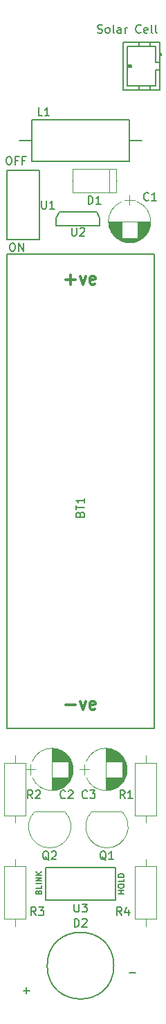
<source format=gto>
G04 #@! TF.FileFunction,Legend,Top*
%FSLAX46Y46*%
G04 Gerber Fmt 4.6, Leading zero omitted, Abs format (unit mm)*
G04 Created by KiCad (PCBNEW 4.0.6) date Sat May 20 01:56:05 2017*
%MOMM*%
%LPD*%
G01*
G04 APERTURE LIST*
%ADD10C,0.100000*%
%ADD11C,0.200000*%
%ADD12C,0.300000*%
%ADD13C,0.150000*%
%ADD14C,0.120000*%
G04 APERTURE END LIST*
D10*
D11*
X133019048Y-151871429D02*
X133780953Y-151871429D01*
X120019048Y-154071429D02*
X120780953Y-154071429D01*
X120400001Y-154452381D02*
X120400001Y-153690476D01*
D12*
X125214286Y-119107143D02*
X126357143Y-119107143D01*
X126928572Y-118678571D02*
X127285715Y-119678571D01*
X127642857Y-118678571D01*
X128785714Y-119607143D02*
X128642857Y-119678571D01*
X128357143Y-119678571D01*
X128214286Y-119607143D01*
X128142857Y-119464286D01*
X128142857Y-118892857D01*
X128214286Y-118750000D01*
X128357143Y-118678571D01*
X128642857Y-118678571D01*
X128785714Y-118750000D01*
X128857143Y-118892857D01*
X128857143Y-119035714D01*
X128142857Y-119178571D01*
X125214286Y-67107143D02*
X126357143Y-67107143D01*
X125785714Y-67678571D02*
X125785714Y-66535714D01*
X126928572Y-66678571D02*
X127285715Y-67678571D01*
X127642857Y-66678571D01*
X128785714Y-67607143D02*
X128642857Y-67678571D01*
X128357143Y-67678571D01*
X128214286Y-67607143D01*
X128142857Y-67464286D01*
X128142857Y-66892857D01*
X128214286Y-66750000D01*
X128357143Y-66678571D01*
X128642857Y-66678571D01*
X128785714Y-66750000D01*
X128857143Y-66892857D01*
X128857143Y-67035714D01*
X128142857Y-67178571D01*
D13*
X132316667Y-142199999D02*
X131616667Y-142199999D01*
X131950000Y-142199999D02*
X131950000Y-141799999D01*
X132316667Y-141799999D02*
X131616667Y-141799999D01*
X131616667Y-141333333D02*
X131616667Y-141200000D01*
X131650000Y-141133333D01*
X131716667Y-141066666D01*
X131850000Y-141033333D01*
X132083333Y-141033333D01*
X132216667Y-141066666D01*
X132283333Y-141133333D01*
X132316667Y-141200000D01*
X132316667Y-141333333D01*
X132283333Y-141400000D01*
X132216667Y-141466666D01*
X132083333Y-141500000D01*
X131850000Y-141500000D01*
X131716667Y-141466666D01*
X131650000Y-141400000D01*
X131616667Y-141333333D01*
X132316667Y-140400000D02*
X132316667Y-140733333D01*
X131616667Y-140733333D01*
X132316667Y-140166666D02*
X131616667Y-140166666D01*
X131616667Y-140000000D01*
X131650000Y-139900000D01*
X131716667Y-139833333D01*
X131783333Y-139800000D01*
X131916667Y-139766666D01*
X132016667Y-139766666D01*
X132150000Y-139800000D01*
X132216667Y-139833333D01*
X132283333Y-139900000D01*
X132316667Y-140000000D01*
X132316667Y-140166666D01*
X121850000Y-142016666D02*
X121883333Y-141916666D01*
X121916667Y-141883333D01*
X121983333Y-141849999D01*
X122083333Y-141849999D01*
X122150000Y-141883333D01*
X122183333Y-141916666D01*
X122216667Y-141983333D01*
X122216667Y-142249999D01*
X121516667Y-142249999D01*
X121516667Y-142016666D01*
X121550000Y-141949999D01*
X121583333Y-141916666D01*
X121650000Y-141883333D01*
X121716667Y-141883333D01*
X121783333Y-141916666D01*
X121816667Y-141949999D01*
X121850000Y-142016666D01*
X121850000Y-142249999D01*
X122216667Y-141216666D02*
X122216667Y-141549999D01*
X121516667Y-141549999D01*
X122216667Y-140983332D02*
X121516667Y-140983332D01*
X122216667Y-140649999D02*
X121516667Y-140649999D01*
X122216667Y-140249999D01*
X121516667Y-140249999D01*
X122216667Y-139916666D02*
X121516667Y-139916666D01*
X122216667Y-139516666D02*
X121816667Y-139816666D01*
X121516667Y-139516666D02*
X121916667Y-139916666D01*
D11*
X118147619Y-52052381D02*
X118338096Y-52052381D01*
X118433334Y-52100000D01*
X118528572Y-52195238D01*
X118576191Y-52385714D01*
X118576191Y-52719048D01*
X118528572Y-52909524D01*
X118433334Y-53004762D01*
X118338096Y-53052381D01*
X118147619Y-53052381D01*
X118052381Y-53004762D01*
X117957143Y-52909524D01*
X117909524Y-52719048D01*
X117909524Y-52385714D01*
X117957143Y-52195238D01*
X118052381Y-52100000D01*
X118147619Y-52052381D01*
X119338096Y-52528571D02*
X119004762Y-52528571D01*
X119004762Y-53052381D02*
X119004762Y-52052381D01*
X119480953Y-52052381D01*
X120195239Y-52528571D02*
X119861905Y-52528571D01*
X119861905Y-53052381D02*
X119861905Y-52052381D01*
X120338096Y-52052381D01*
X118580952Y-62652381D02*
X118771429Y-62652381D01*
X118866667Y-62700000D01*
X118961905Y-62795238D01*
X119009524Y-62985714D01*
X119009524Y-63319048D01*
X118961905Y-63509524D01*
X118866667Y-63604762D01*
X118771429Y-63652381D01*
X118580952Y-63652381D01*
X118485714Y-63604762D01*
X118390476Y-63509524D01*
X118342857Y-63319048D01*
X118342857Y-62985714D01*
X118390476Y-62795238D01*
X118485714Y-62700000D01*
X118580952Y-62652381D01*
X119438095Y-63652381D02*
X119438095Y-62652381D01*
X120009524Y-63652381D01*
X120009524Y-62652381D01*
D13*
X118000000Y-93000000D02*
X118000000Y-64000000D01*
X118000000Y-64000000D02*
X136000000Y-64000000D01*
X136000000Y-64000000D02*
X136000000Y-122000000D01*
X136000000Y-122000000D02*
X118000000Y-122000000D01*
X118000000Y-122000000D02*
X118000000Y-93000000D01*
D14*
X133981400Y-62396863D02*
G75*
G03X133980000Y-57602564I-981400J2396863D01*
G01*
X132018600Y-62396863D02*
G75*
G02X132020000Y-57602564I981400J2396863D01*
G01*
X132018600Y-62396863D02*
G75*
G03X133980000Y-62397436I981400J2396863D01*
G01*
X135550000Y-60000000D02*
X130450000Y-60000000D01*
X135550000Y-60040000D02*
X133980000Y-60040000D01*
X132020000Y-60040000D02*
X130450000Y-60040000D01*
X135549000Y-60080000D02*
X133980000Y-60080000D01*
X132020000Y-60080000D02*
X130451000Y-60080000D01*
X135548000Y-60120000D02*
X133980000Y-60120000D01*
X132020000Y-60120000D02*
X130452000Y-60120000D01*
X135546000Y-60160000D02*
X133980000Y-60160000D01*
X132020000Y-60160000D02*
X130454000Y-60160000D01*
X135543000Y-60200000D02*
X133980000Y-60200000D01*
X132020000Y-60200000D02*
X130457000Y-60200000D01*
X135539000Y-60240000D02*
X133980000Y-60240000D01*
X132020000Y-60240000D02*
X130461000Y-60240000D01*
X135535000Y-60280000D02*
X133980000Y-60280000D01*
X132020000Y-60280000D02*
X130465000Y-60280000D01*
X135531000Y-60320000D02*
X133980000Y-60320000D01*
X132020000Y-60320000D02*
X130469000Y-60320000D01*
X135525000Y-60360000D02*
X133980000Y-60360000D01*
X132020000Y-60360000D02*
X130475000Y-60360000D01*
X135519000Y-60400000D02*
X133980000Y-60400000D01*
X132020000Y-60400000D02*
X130481000Y-60400000D01*
X135513000Y-60440000D02*
X133980000Y-60440000D01*
X132020000Y-60440000D02*
X130487000Y-60440000D01*
X135506000Y-60480000D02*
X133980000Y-60480000D01*
X132020000Y-60480000D02*
X130494000Y-60480000D01*
X135498000Y-60520000D02*
X133980000Y-60520000D01*
X132020000Y-60520000D02*
X130502000Y-60520000D01*
X135489000Y-60560000D02*
X133980000Y-60560000D01*
X132020000Y-60560000D02*
X130511000Y-60560000D01*
X135480000Y-60600000D02*
X133980000Y-60600000D01*
X132020000Y-60600000D02*
X130520000Y-60600000D01*
X135470000Y-60640000D02*
X133980000Y-60640000D01*
X132020000Y-60640000D02*
X130530000Y-60640000D01*
X135460000Y-60680000D02*
X133980000Y-60680000D01*
X132020000Y-60680000D02*
X130540000Y-60680000D01*
X135448000Y-60721000D02*
X133980000Y-60721000D01*
X132020000Y-60721000D02*
X130552000Y-60721000D01*
X135436000Y-60761000D02*
X133980000Y-60761000D01*
X132020000Y-60761000D02*
X130564000Y-60761000D01*
X135424000Y-60801000D02*
X133980000Y-60801000D01*
X132020000Y-60801000D02*
X130576000Y-60801000D01*
X135410000Y-60841000D02*
X133980000Y-60841000D01*
X132020000Y-60841000D02*
X130590000Y-60841000D01*
X135396000Y-60881000D02*
X133980000Y-60881000D01*
X132020000Y-60881000D02*
X130604000Y-60881000D01*
X135382000Y-60921000D02*
X133980000Y-60921000D01*
X132020000Y-60921000D02*
X130618000Y-60921000D01*
X135366000Y-60961000D02*
X133980000Y-60961000D01*
X132020000Y-60961000D02*
X130634000Y-60961000D01*
X135350000Y-61001000D02*
X133980000Y-61001000D01*
X132020000Y-61001000D02*
X130650000Y-61001000D01*
X135333000Y-61041000D02*
X133980000Y-61041000D01*
X132020000Y-61041000D02*
X130667000Y-61041000D01*
X135315000Y-61081000D02*
X133980000Y-61081000D01*
X132020000Y-61081000D02*
X130685000Y-61081000D01*
X135296000Y-61121000D02*
X133980000Y-61121000D01*
X132020000Y-61121000D02*
X130704000Y-61121000D01*
X135276000Y-61161000D02*
X133980000Y-61161000D01*
X132020000Y-61161000D02*
X130724000Y-61161000D01*
X135256000Y-61201000D02*
X133980000Y-61201000D01*
X132020000Y-61201000D02*
X130744000Y-61201000D01*
X135234000Y-61241000D02*
X133980000Y-61241000D01*
X132020000Y-61241000D02*
X130766000Y-61241000D01*
X135212000Y-61281000D02*
X133980000Y-61281000D01*
X132020000Y-61281000D02*
X130788000Y-61281000D01*
X135189000Y-61321000D02*
X133980000Y-61321000D01*
X132020000Y-61321000D02*
X130811000Y-61321000D01*
X135165000Y-61361000D02*
X133980000Y-61361000D01*
X132020000Y-61361000D02*
X130835000Y-61361000D01*
X135140000Y-61401000D02*
X133980000Y-61401000D01*
X132020000Y-61401000D02*
X130860000Y-61401000D01*
X135113000Y-61441000D02*
X133980000Y-61441000D01*
X132020000Y-61441000D02*
X130887000Y-61441000D01*
X135086000Y-61481000D02*
X133980000Y-61481000D01*
X132020000Y-61481000D02*
X130914000Y-61481000D01*
X135058000Y-61521000D02*
X133980000Y-61521000D01*
X132020000Y-61521000D02*
X130942000Y-61521000D01*
X135028000Y-61561000D02*
X133980000Y-61561000D01*
X132020000Y-61561000D02*
X130972000Y-61561000D01*
X134997000Y-61601000D02*
X133980000Y-61601000D01*
X132020000Y-61601000D02*
X131003000Y-61601000D01*
X134965000Y-61641000D02*
X133980000Y-61641000D01*
X132020000Y-61641000D02*
X131035000Y-61641000D01*
X134932000Y-61681000D02*
X133980000Y-61681000D01*
X132020000Y-61681000D02*
X131068000Y-61681000D01*
X134897000Y-61721000D02*
X133980000Y-61721000D01*
X132020000Y-61721000D02*
X131103000Y-61721000D01*
X134861000Y-61761000D02*
X133980000Y-61761000D01*
X132020000Y-61761000D02*
X131139000Y-61761000D01*
X134823000Y-61801000D02*
X133980000Y-61801000D01*
X132020000Y-61801000D02*
X131177000Y-61801000D01*
X134783000Y-61841000D02*
X133980000Y-61841000D01*
X132020000Y-61841000D02*
X131217000Y-61841000D01*
X134742000Y-61881000D02*
X133980000Y-61881000D01*
X132020000Y-61881000D02*
X131258000Y-61881000D01*
X134699000Y-61921000D02*
X133980000Y-61921000D01*
X132020000Y-61921000D02*
X131301000Y-61921000D01*
X134654000Y-61961000D02*
X133980000Y-61961000D01*
X132020000Y-61961000D02*
X131346000Y-61961000D01*
X134606000Y-62001000D02*
X131394000Y-62001000D01*
X134556000Y-62041000D02*
X131444000Y-62041000D01*
X134504000Y-62081000D02*
X131496000Y-62081000D01*
X134448000Y-62121000D02*
X131552000Y-62121000D01*
X134390000Y-62161000D02*
X131610000Y-62161000D01*
X134327000Y-62201000D02*
X131673000Y-62201000D01*
X134261000Y-62241000D02*
X131739000Y-62241000D01*
X134189000Y-62281000D02*
X131811000Y-62281000D01*
X134112000Y-62321000D02*
X131888000Y-62321000D01*
X134028000Y-62361000D02*
X131972000Y-62361000D01*
X133934000Y-62401000D02*
X132066000Y-62401000D01*
X133829000Y-62441000D02*
X132171000Y-62441000D01*
X133707000Y-62481000D02*
X132293000Y-62481000D01*
X133559000Y-62521000D02*
X132441000Y-62521000D01*
X133354000Y-62561000D02*
X132646000Y-62561000D01*
X133000000Y-56800000D02*
X133000000Y-58000000D01*
X133650000Y-57400000D02*
X132350000Y-57400000D01*
X125896863Y-126018600D02*
G75*
G03X121102564Y-126020000I-2396863J-981400D01*
G01*
X125896863Y-127981400D02*
G75*
G02X121102564Y-127980000I-2396863J981400D01*
G01*
X125896863Y-127981400D02*
G75*
G03X125897436Y-126020000I-2396863J981400D01*
G01*
X123500000Y-124450000D02*
X123500000Y-129550000D01*
X123540000Y-124450000D02*
X123540000Y-126020000D01*
X123540000Y-127980000D02*
X123540000Y-129550000D01*
X123580000Y-124451000D02*
X123580000Y-126020000D01*
X123580000Y-127980000D02*
X123580000Y-129549000D01*
X123620000Y-124452000D02*
X123620000Y-126020000D01*
X123620000Y-127980000D02*
X123620000Y-129548000D01*
X123660000Y-124454000D02*
X123660000Y-126020000D01*
X123660000Y-127980000D02*
X123660000Y-129546000D01*
X123700000Y-124457000D02*
X123700000Y-126020000D01*
X123700000Y-127980000D02*
X123700000Y-129543000D01*
X123740000Y-124461000D02*
X123740000Y-126020000D01*
X123740000Y-127980000D02*
X123740000Y-129539000D01*
X123780000Y-124465000D02*
X123780000Y-126020000D01*
X123780000Y-127980000D02*
X123780000Y-129535000D01*
X123820000Y-124469000D02*
X123820000Y-126020000D01*
X123820000Y-127980000D02*
X123820000Y-129531000D01*
X123860000Y-124475000D02*
X123860000Y-126020000D01*
X123860000Y-127980000D02*
X123860000Y-129525000D01*
X123900000Y-124481000D02*
X123900000Y-126020000D01*
X123900000Y-127980000D02*
X123900000Y-129519000D01*
X123940000Y-124487000D02*
X123940000Y-126020000D01*
X123940000Y-127980000D02*
X123940000Y-129513000D01*
X123980000Y-124494000D02*
X123980000Y-126020000D01*
X123980000Y-127980000D02*
X123980000Y-129506000D01*
X124020000Y-124502000D02*
X124020000Y-126020000D01*
X124020000Y-127980000D02*
X124020000Y-129498000D01*
X124060000Y-124511000D02*
X124060000Y-126020000D01*
X124060000Y-127980000D02*
X124060000Y-129489000D01*
X124100000Y-124520000D02*
X124100000Y-126020000D01*
X124100000Y-127980000D02*
X124100000Y-129480000D01*
X124140000Y-124530000D02*
X124140000Y-126020000D01*
X124140000Y-127980000D02*
X124140000Y-129470000D01*
X124180000Y-124540000D02*
X124180000Y-126020000D01*
X124180000Y-127980000D02*
X124180000Y-129460000D01*
X124221000Y-124552000D02*
X124221000Y-126020000D01*
X124221000Y-127980000D02*
X124221000Y-129448000D01*
X124261000Y-124564000D02*
X124261000Y-126020000D01*
X124261000Y-127980000D02*
X124261000Y-129436000D01*
X124301000Y-124576000D02*
X124301000Y-126020000D01*
X124301000Y-127980000D02*
X124301000Y-129424000D01*
X124341000Y-124590000D02*
X124341000Y-126020000D01*
X124341000Y-127980000D02*
X124341000Y-129410000D01*
X124381000Y-124604000D02*
X124381000Y-126020000D01*
X124381000Y-127980000D02*
X124381000Y-129396000D01*
X124421000Y-124618000D02*
X124421000Y-126020000D01*
X124421000Y-127980000D02*
X124421000Y-129382000D01*
X124461000Y-124634000D02*
X124461000Y-126020000D01*
X124461000Y-127980000D02*
X124461000Y-129366000D01*
X124501000Y-124650000D02*
X124501000Y-126020000D01*
X124501000Y-127980000D02*
X124501000Y-129350000D01*
X124541000Y-124667000D02*
X124541000Y-126020000D01*
X124541000Y-127980000D02*
X124541000Y-129333000D01*
X124581000Y-124685000D02*
X124581000Y-126020000D01*
X124581000Y-127980000D02*
X124581000Y-129315000D01*
X124621000Y-124704000D02*
X124621000Y-126020000D01*
X124621000Y-127980000D02*
X124621000Y-129296000D01*
X124661000Y-124724000D02*
X124661000Y-126020000D01*
X124661000Y-127980000D02*
X124661000Y-129276000D01*
X124701000Y-124744000D02*
X124701000Y-126020000D01*
X124701000Y-127980000D02*
X124701000Y-129256000D01*
X124741000Y-124766000D02*
X124741000Y-126020000D01*
X124741000Y-127980000D02*
X124741000Y-129234000D01*
X124781000Y-124788000D02*
X124781000Y-126020000D01*
X124781000Y-127980000D02*
X124781000Y-129212000D01*
X124821000Y-124811000D02*
X124821000Y-126020000D01*
X124821000Y-127980000D02*
X124821000Y-129189000D01*
X124861000Y-124835000D02*
X124861000Y-126020000D01*
X124861000Y-127980000D02*
X124861000Y-129165000D01*
X124901000Y-124860000D02*
X124901000Y-126020000D01*
X124901000Y-127980000D02*
X124901000Y-129140000D01*
X124941000Y-124887000D02*
X124941000Y-126020000D01*
X124941000Y-127980000D02*
X124941000Y-129113000D01*
X124981000Y-124914000D02*
X124981000Y-126020000D01*
X124981000Y-127980000D02*
X124981000Y-129086000D01*
X125021000Y-124942000D02*
X125021000Y-126020000D01*
X125021000Y-127980000D02*
X125021000Y-129058000D01*
X125061000Y-124972000D02*
X125061000Y-126020000D01*
X125061000Y-127980000D02*
X125061000Y-129028000D01*
X125101000Y-125003000D02*
X125101000Y-126020000D01*
X125101000Y-127980000D02*
X125101000Y-128997000D01*
X125141000Y-125035000D02*
X125141000Y-126020000D01*
X125141000Y-127980000D02*
X125141000Y-128965000D01*
X125181000Y-125068000D02*
X125181000Y-126020000D01*
X125181000Y-127980000D02*
X125181000Y-128932000D01*
X125221000Y-125103000D02*
X125221000Y-126020000D01*
X125221000Y-127980000D02*
X125221000Y-128897000D01*
X125261000Y-125139000D02*
X125261000Y-126020000D01*
X125261000Y-127980000D02*
X125261000Y-128861000D01*
X125301000Y-125177000D02*
X125301000Y-126020000D01*
X125301000Y-127980000D02*
X125301000Y-128823000D01*
X125341000Y-125217000D02*
X125341000Y-126020000D01*
X125341000Y-127980000D02*
X125341000Y-128783000D01*
X125381000Y-125258000D02*
X125381000Y-126020000D01*
X125381000Y-127980000D02*
X125381000Y-128742000D01*
X125421000Y-125301000D02*
X125421000Y-126020000D01*
X125421000Y-127980000D02*
X125421000Y-128699000D01*
X125461000Y-125346000D02*
X125461000Y-126020000D01*
X125461000Y-127980000D02*
X125461000Y-128654000D01*
X125501000Y-125394000D02*
X125501000Y-128606000D01*
X125541000Y-125444000D02*
X125541000Y-128556000D01*
X125581000Y-125496000D02*
X125581000Y-128504000D01*
X125621000Y-125552000D02*
X125621000Y-128448000D01*
X125661000Y-125610000D02*
X125661000Y-128390000D01*
X125701000Y-125673000D02*
X125701000Y-128327000D01*
X125741000Y-125739000D02*
X125741000Y-128261000D01*
X125781000Y-125811000D02*
X125781000Y-128189000D01*
X125821000Y-125888000D02*
X125821000Y-128112000D01*
X125861000Y-125972000D02*
X125861000Y-128028000D01*
X125901000Y-126066000D02*
X125901000Y-127934000D01*
X125941000Y-126171000D02*
X125941000Y-127829000D01*
X125981000Y-126293000D02*
X125981000Y-127707000D01*
X126021000Y-126441000D02*
X126021000Y-127559000D01*
X126061000Y-126646000D02*
X126061000Y-127354000D01*
X120300000Y-127000000D02*
X121500000Y-127000000D01*
X120900000Y-126350000D02*
X120900000Y-127650000D01*
X132496863Y-126018600D02*
G75*
G03X127702564Y-126020000I-2396863J-981400D01*
G01*
X132496863Y-127981400D02*
G75*
G02X127702564Y-127980000I-2396863J981400D01*
G01*
X132496863Y-127981400D02*
G75*
G03X132497436Y-126020000I-2396863J981400D01*
G01*
X130100000Y-124450000D02*
X130100000Y-129550000D01*
X130140000Y-124450000D02*
X130140000Y-126020000D01*
X130140000Y-127980000D02*
X130140000Y-129550000D01*
X130180000Y-124451000D02*
X130180000Y-126020000D01*
X130180000Y-127980000D02*
X130180000Y-129549000D01*
X130220000Y-124452000D02*
X130220000Y-126020000D01*
X130220000Y-127980000D02*
X130220000Y-129548000D01*
X130260000Y-124454000D02*
X130260000Y-126020000D01*
X130260000Y-127980000D02*
X130260000Y-129546000D01*
X130300000Y-124457000D02*
X130300000Y-126020000D01*
X130300000Y-127980000D02*
X130300000Y-129543000D01*
X130340000Y-124461000D02*
X130340000Y-126020000D01*
X130340000Y-127980000D02*
X130340000Y-129539000D01*
X130380000Y-124465000D02*
X130380000Y-126020000D01*
X130380000Y-127980000D02*
X130380000Y-129535000D01*
X130420000Y-124469000D02*
X130420000Y-126020000D01*
X130420000Y-127980000D02*
X130420000Y-129531000D01*
X130460000Y-124475000D02*
X130460000Y-126020000D01*
X130460000Y-127980000D02*
X130460000Y-129525000D01*
X130500000Y-124481000D02*
X130500000Y-126020000D01*
X130500000Y-127980000D02*
X130500000Y-129519000D01*
X130540000Y-124487000D02*
X130540000Y-126020000D01*
X130540000Y-127980000D02*
X130540000Y-129513000D01*
X130580000Y-124494000D02*
X130580000Y-126020000D01*
X130580000Y-127980000D02*
X130580000Y-129506000D01*
X130620000Y-124502000D02*
X130620000Y-126020000D01*
X130620000Y-127980000D02*
X130620000Y-129498000D01*
X130660000Y-124511000D02*
X130660000Y-126020000D01*
X130660000Y-127980000D02*
X130660000Y-129489000D01*
X130700000Y-124520000D02*
X130700000Y-126020000D01*
X130700000Y-127980000D02*
X130700000Y-129480000D01*
X130740000Y-124530000D02*
X130740000Y-126020000D01*
X130740000Y-127980000D02*
X130740000Y-129470000D01*
X130780000Y-124540000D02*
X130780000Y-126020000D01*
X130780000Y-127980000D02*
X130780000Y-129460000D01*
X130821000Y-124552000D02*
X130821000Y-126020000D01*
X130821000Y-127980000D02*
X130821000Y-129448000D01*
X130861000Y-124564000D02*
X130861000Y-126020000D01*
X130861000Y-127980000D02*
X130861000Y-129436000D01*
X130901000Y-124576000D02*
X130901000Y-126020000D01*
X130901000Y-127980000D02*
X130901000Y-129424000D01*
X130941000Y-124590000D02*
X130941000Y-126020000D01*
X130941000Y-127980000D02*
X130941000Y-129410000D01*
X130981000Y-124604000D02*
X130981000Y-126020000D01*
X130981000Y-127980000D02*
X130981000Y-129396000D01*
X131021000Y-124618000D02*
X131021000Y-126020000D01*
X131021000Y-127980000D02*
X131021000Y-129382000D01*
X131061000Y-124634000D02*
X131061000Y-126020000D01*
X131061000Y-127980000D02*
X131061000Y-129366000D01*
X131101000Y-124650000D02*
X131101000Y-126020000D01*
X131101000Y-127980000D02*
X131101000Y-129350000D01*
X131141000Y-124667000D02*
X131141000Y-126020000D01*
X131141000Y-127980000D02*
X131141000Y-129333000D01*
X131181000Y-124685000D02*
X131181000Y-126020000D01*
X131181000Y-127980000D02*
X131181000Y-129315000D01*
X131221000Y-124704000D02*
X131221000Y-126020000D01*
X131221000Y-127980000D02*
X131221000Y-129296000D01*
X131261000Y-124724000D02*
X131261000Y-126020000D01*
X131261000Y-127980000D02*
X131261000Y-129276000D01*
X131301000Y-124744000D02*
X131301000Y-126020000D01*
X131301000Y-127980000D02*
X131301000Y-129256000D01*
X131341000Y-124766000D02*
X131341000Y-126020000D01*
X131341000Y-127980000D02*
X131341000Y-129234000D01*
X131381000Y-124788000D02*
X131381000Y-126020000D01*
X131381000Y-127980000D02*
X131381000Y-129212000D01*
X131421000Y-124811000D02*
X131421000Y-126020000D01*
X131421000Y-127980000D02*
X131421000Y-129189000D01*
X131461000Y-124835000D02*
X131461000Y-126020000D01*
X131461000Y-127980000D02*
X131461000Y-129165000D01*
X131501000Y-124860000D02*
X131501000Y-126020000D01*
X131501000Y-127980000D02*
X131501000Y-129140000D01*
X131541000Y-124887000D02*
X131541000Y-126020000D01*
X131541000Y-127980000D02*
X131541000Y-129113000D01*
X131581000Y-124914000D02*
X131581000Y-126020000D01*
X131581000Y-127980000D02*
X131581000Y-129086000D01*
X131621000Y-124942000D02*
X131621000Y-126020000D01*
X131621000Y-127980000D02*
X131621000Y-129058000D01*
X131661000Y-124972000D02*
X131661000Y-126020000D01*
X131661000Y-127980000D02*
X131661000Y-129028000D01*
X131701000Y-125003000D02*
X131701000Y-126020000D01*
X131701000Y-127980000D02*
X131701000Y-128997000D01*
X131741000Y-125035000D02*
X131741000Y-126020000D01*
X131741000Y-127980000D02*
X131741000Y-128965000D01*
X131781000Y-125068000D02*
X131781000Y-126020000D01*
X131781000Y-127980000D02*
X131781000Y-128932000D01*
X131821000Y-125103000D02*
X131821000Y-126020000D01*
X131821000Y-127980000D02*
X131821000Y-128897000D01*
X131861000Y-125139000D02*
X131861000Y-126020000D01*
X131861000Y-127980000D02*
X131861000Y-128861000D01*
X131901000Y-125177000D02*
X131901000Y-126020000D01*
X131901000Y-127980000D02*
X131901000Y-128823000D01*
X131941000Y-125217000D02*
X131941000Y-126020000D01*
X131941000Y-127980000D02*
X131941000Y-128783000D01*
X131981000Y-125258000D02*
X131981000Y-126020000D01*
X131981000Y-127980000D02*
X131981000Y-128742000D01*
X132021000Y-125301000D02*
X132021000Y-126020000D01*
X132021000Y-127980000D02*
X132021000Y-128699000D01*
X132061000Y-125346000D02*
X132061000Y-126020000D01*
X132061000Y-127980000D02*
X132061000Y-128654000D01*
X132101000Y-125394000D02*
X132101000Y-128606000D01*
X132141000Y-125444000D02*
X132141000Y-128556000D01*
X132181000Y-125496000D02*
X132181000Y-128504000D01*
X132221000Y-125552000D02*
X132221000Y-128448000D01*
X132261000Y-125610000D02*
X132261000Y-128390000D01*
X132301000Y-125673000D02*
X132301000Y-128327000D01*
X132341000Y-125739000D02*
X132341000Y-128261000D01*
X132381000Y-125811000D02*
X132381000Y-128189000D01*
X132421000Y-125888000D02*
X132421000Y-128112000D01*
X132461000Y-125972000D02*
X132461000Y-128028000D01*
X132501000Y-126066000D02*
X132501000Y-127934000D01*
X132541000Y-126171000D02*
X132541000Y-127829000D01*
X132581000Y-126293000D02*
X132581000Y-127707000D01*
X132621000Y-126441000D02*
X132621000Y-127559000D01*
X132661000Y-126646000D02*
X132661000Y-127354000D01*
X126900000Y-127000000D02*
X128100000Y-127000000D01*
X127500000Y-126350000D02*
X127500000Y-127650000D01*
X131350000Y-56410000D02*
X131350000Y-53590000D01*
X131350000Y-53590000D02*
X126030000Y-53590000D01*
X126030000Y-53590000D02*
X126030000Y-56410000D01*
X126030000Y-56410000D02*
X131350000Y-56410000D01*
X131420000Y-55000000D02*
X131350000Y-55000000D01*
X125960000Y-55000000D02*
X126030000Y-55000000D01*
X130510000Y-56410000D02*
X130510000Y-53590000D01*
D11*
X121000000Y-50100000D02*
X119500000Y-50100000D01*
X133000000Y-50100000D02*
X134500000Y-50100000D01*
X121000000Y-47600000D02*
X133000000Y-47600000D01*
X133000000Y-47600000D02*
X133000000Y-52600000D01*
X133000000Y-52600000D02*
X121000000Y-52600000D01*
X121000000Y-52600000D02*
X121000000Y-47600000D01*
D14*
X132030000Y-132150000D02*
X128430000Y-132150000D01*
X132068478Y-132161522D02*
G75*
G02X130230000Y-136600000I-1838478J-1838478D01*
G01*
X128391522Y-132161522D02*
G75*
G03X130230000Y-136600000I1838478J-1838478D01*
G01*
X125030000Y-132150000D02*
X121430000Y-132150000D01*
X125068478Y-132161522D02*
G75*
G02X123230000Y-136600000I-1838478J-1838478D01*
G01*
X121391522Y-132161522D02*
G75*
G03X123230000Y-136600000I1838478J-1838478D01*
G01*
X133690000Y-132630000D02*
X136310000Y-132630000D01*
X136310000Y-132630000D02*
X136310000Y-126210000D01*
X136310000Y-126210000D02*
X133690000Y-126210000D01*
X133690000Y-126210000D02*
X133690000Y-132630000D01*
X135000000Y-133520000D02*
X135000000Y-132630000D01*
X135000000Y-125320000D02*
X135000000Y-126210000D01*
X117690000Y-132630000D02*
X120310000Y-132630000D01*
X120310000Y-132630000D02*
X120310000Y-126210000D01*
X120310000Y-126210000D02*
X117690000Y-126210000D01*
X117690000Y-126210000D02*
X117690000Y-132630000D01*
X119000000Y-133520000D02*
X119000000Y-132630000D01*
X119000000Y-125320000D02*
X119000000Y-126210000D01*
D13*
X118000000Y-58000000D02*
X118000000Y-53750000D01*
D11*
X118000000Y-53750000D02*
X122000000Y-53750000D01*
X122000000Y-53750000D02*
X122000000Y-62250000D01*
X122000000Y-62250000D02*
X118000000Y-62250000D01*
X118000000Y-62250000D02*
X118000000Y-58000000D01*
D13*
X127000000Y-143000000D02*
X122750000Y-143000000D01*
D11*
X122750000Y-143000000D02*
X122750000Y-139000000D01*
X122750000Y-139000000D02*
X131250000Y-139000000D01*
X131250000Y-139000000D02*
X131250000Y-143000000D01*
X131250000Y-143000000D02*
X127000000Y-143000000D01*
D13*
X132200000Y-38050000D02*
X136700000Y-38050000D01*
X136700000Y-38050000D02*
X136700000Y-43950000D01*
X136700000Y-43950000D02*
X132200000Y-43950000D01*
X132200000Y-43950000D02*
X132200000Y-38050000D01*
X136700000Y-40500000D02*
X136200000Y-40500000D01*
X136200000Y-40500000D02*
X136200000Y-38550000D01*
X136200000Y-38550000D02*
X132700000Y-38550000D01*
X132700000Y-38550000D02*
X132700000Y-43450000D01*
X132700000Y-43450000D02*
X136200000Y-43450000D01*
X136200000Y-43450000D02*
X136200000Y-41500000D01*
X136200000Y-41500000D02*
X136700000Y-41500000D01*
X135500000Y-38050000D02*
X135500000Y-38550000D01*
X134200000Y-38050000D02*
X134200000Y-38550000D01*
X135500000Y-43450000D02*
X135500000Y-43950000D01*
X134200000Y-43450000D02*
X134200000Y-43950000D01*
X136700000Y-39700000D02*
X136900000Y-39700000D01*
X136900000Y-39700000D02*
X136900000Y-39400000D01*
X136900000Y-39400000D02*
X136700000Y-39400000D01*
X136800000Y-39700000D02*
X136800000Y-39400000D01*
X132700000Y-40900000D02*
X133200000Y-40900000D01*
X133200000Y-40900000D02*
X133200000Y-41100000D01*
X133200000Y-41100000D02*
X132700000Y-41100000D01*
X132700000Y-41000000D02*
X133200000Y-41000000D01*
D14*
X120310000Y-138870000D02*
X117690000Y-138870000D01*
X117690000Y-138870000D02*
X117690000Y-145290000D01*
X117690000Y-145290000D02*
X120310000Y-145290000D01*
X120310000Y-145290000D02*
X120310000Y-138870000D01*
X119000000Y-137980000D02*
X119000000Y-138870000D01*
X119000000Y-146180000D02*
X119000000Y-145290000D01*
X136310000Y-138870000D02*
X133690000Y-138870000D01*
X133690000Y-138870000D02*
X133690000Y-145290000D01*
X133690000Y-145290000D02*
X136310000Y-145290000D01*
X136310000Y-145290000D02*
X136310000Y-138870000D01*
X135000000Y-137980000D02*
X135000000Y-138870000D01*
X135000000Y-146180000D02*
X135000000Y-145290000D01*
D13*
X131079216Y-151000000D02*
G75*
G03X131079216Y-151000000I-4079216J0D01*
G01*
X126700000Y-60500000D02*
X124000000Y-60500000D01*
X124000000Y-60500000D02*
X124000000Y-59600000D01*
X124000000Y-59600000D02*
X124400000Y-58800000D01*
X124400000Y-58800000D02*
X129000000Y-58800000D01*
X129000000Y-58800000D02*
X129300000Y-59600000D01*
X129300000Y-59600000D02*
X129300000Y-60500000D01*
X129300000Y-60500000D02*
X126700000Y-60500000D01*
X126928571Y-95785714D02*
X126976190Y-95642857D01*
X127023810Y-95595238D01*
X127119048Y-95547619D01*
X127261905Y-95547619D01*
X127357143Y-95595238D01*
X127404762Y-95642857D01*
X127452381Y-95738095D01*
X127452381Y-96119048D01*
X126452381Y-96119048D01*
X126452381Y-95785714D01*
X126500000Y-95690476D01*
X126547619Y-95642857D01*
X126642857Y-95595238D01*
X126738095Y-95595238D01*
X126833333Y-95642857D01*
X126880952Y-95690476D01*
X126928571Y-95785714D01*
X126928571Y-96119048D01*
X126452381Y-95261905D02*
X126452381Y-94690476D01*
X127452381Y-94976191D02*
X126452381Y-94976191D01*
X127452381Y-93833333D02*
X127452381Y-94404762D01*
X127452381Y-94119048D02*
X126452381Y-94119048D01*
X126595238Y-94214286D01*
X126690476Y-94309524D01*
X126738095Y-94404762D01*
X135333334Y-57357143D02*
X135285715Y-57404762D01*
X135142858Y-57452381D01*
X135047620Y-57452381D01*
X134904762Y-57404762D01*
X134809524Y-57309524D01*
X134761905Y-57214286D01*
X134714286Y-57023810D01*
X134714286Y-56880952D01*
X134761905Y-56690476D01*
X134809524Y-56595238D01*
X134904762Y-56500000D01*
X135047620Y-56452381D01*
X135142858Y-56452381D01*
X135285715Y-56500000D01*
X135333334Y-56547619D01*
X136285715Y-57452381D02*
X135714286Y-57452381D01*
X136000000Y-57452381D02*
X136000000Y-56452381D01*
X135904762Y-56595238D01*
X135809524Y-56690476D01*
X135714286Y-56738095D01*
X125133334Y-130457143D02*
X125085715Y-130504762D01*
X124942858Y-130552381D01*
X124847620Y-130552381D01*
X124704762Y-130504762D01*
X124609524Y-130409524D01*
X124561905Y-130314286D01*
X124514286Y-130123810D01*
X124514286Y-129980952D01*
X124561905Y-129790476D01*
X124609524Y-129695238D01*
X124704762Y-129600000D01*
X124847620Y-129552381D01*
X124942858Y-129552381D01*
X125085715Y-129600000D01*
X125133334Y-129647619D01*
X125514286Y-129647619D02*
X125561905Y-129600000D01*
X125657143Y-129552381D01*
X125895239Y-129552381D01*
X125990477Y-129600000D01*
X126038096Y-129647619D01*
X126085715Y-129742857D01*
X126085715Y-129838095D01*
X126038096Y-129980952D01*
X125466667Y-130552381D01*
X126085715Y-130552381D01*
X127833334Y-130457143D02*
X127785715Y-130504762D01*
X127642858Y-130552381D01*
X127547620Y-130552381D01*
X127404762Y-130504762D01*
X127309524Y-130409524D01*
X127261905Y-130314286D01*
X127214286Y-130123810D01*
X127214286Y-129980952D01*
X127261905Y-129790476D01*
X127309524Y-129695238D01*
X127404762Y-129600000D01*
X127547620Y-129552381D01*
X127642858Y-129552381D01*
X127785715Y-129600000D01*
X127833334Y-129647619D01*
X128166667Y-129552381D02*
X128785715Y-129552381D01*
X128452381Y-129933333D01*
X128595239Y-129933333D01*
X128690477Y-129980952D01*
X128738096Y-130028571D01*
X128785715Y-130123810D01*
X128785715Y-130361905D01*
X128738096Y-130457143D01*
X128690477Y-130504762D01*
X128595239Y-130552381D01*
X128309524Y-130552381D01*
X128214286Y-130504762D01*
X128166667Y-130457143D01*
X127951905Y-57862381D02*
X127951905Y-56862381D01*
X128190000Y-56862381D01*
X128332858Y-56910000D01*
X128428096Y-57005238D01*
X128475715Y-57100476D01*
X128523334Y-57290952D01*
X128523334Y-57433810D01*
X128475715Y-57624286D01*
X128428096Y-57719524D01*
X128332858Y-57814762D01*
X128190000Y-57862381D01*
X127951905Y-57862381D01*
X129475715Y-57862381D02*
X128904286Y-57862381D01*
X129190000Y-57862381D02*
X129190000Y-56862381D01*
X129094762Y-57005238D01*
X128999524Y-57100476D01*
X128904286Y-57148095D01*
X122333334Y-47052381D02*
X121857143Y-47052381D01*
X121857143Y-46052381D01*
X123190477Y-47052381D02*
X122619048Y-47052381D01*
X122904762Y-47052381D02*
X122904762Y-46052381D01*
X122809524Y-46195238D01*
X122714286Y-46290476D01*
X122619048Y-46338095D01*
X130134762Y-138103619D02*
X130039524Y-138056000D01*
X129944286Y-137960762D01*
X129801429Y-137817905D01*
X129706190Y-137770286D01*
X129610952Y-137770286D01*
X129658571Y-138008381D02*
X129563333Y-137960762D01*
X129468095Y-137865524D01*
X129420476Y-137675048D01*
X129420476Y-137341714D01*
X129468095Y-137151238D01*
X129563333Y-137056000D01*
X129658571Y-137008381D01*
X129849048Y-137008381D01*
X129944286Y-137056000D01*
X130039524Y-137151238D01*
X130087143Y-137341714D01*
X130087143Y-137675048D01*
X130039524Y-137865524D01*
X129944286Y-137960762D01*
X129849048Y-138008381D01*
X129658571Y-138008381D01*
X131039524Y-138008381D02*
X130468095Y-138008381D01*
X130753809Y-138008381D02*
X130753809Y-137008381D01*
X130658571Y-137151238D01*
X130563333Y-137246476D01*
X130468095Y-137294095D01*
X123134762Y-138103619D02*
X123039524Y-138056000D01*
X122944286Y-137960762D01*
X122801429Y-137817905D01*
X122706190Y-137770286D01*
X122610952Y-137770286D01*
X122658571Y-138008381D02*
X122563333Y-137960762D01*
X122468095Y-137865524D01*
X122420476Y-137675048D01*
X122420476Y-137341714D01*
X122468095Y-137151238D01*
X122563333Y-137056000D01*
X122658571Y-137008381D01*
X122849048Y-137008381D01*
X122944286Y-137056000D01*
X123039524Y-137151238D01*
X123087143Y-137341714D01*
X123087143Y-137675048D01*
X123039524Y-137865524D01*
X122944286Y-137960762D01*
X122849048Y-138008381D01*
X122658571Y-138008381D01*
X123468095Y-137103619D02*
X123515714Y-137056000D01*
X123610952Y-137008381D01*
X123849048Y-137008381D01*
X123944286Y-137056000D01*
X123991905Y-137103619D01*
X124039524Y-137198857D01*
X124039524Y-137294095D01*
X123991905Y-137436952D01*
X123420476Y-138008381D01*
X124039524Y-138008381D01*
X132433334Y-130552381D02*
X132100000Y-130076190D01*
X131861905Y-130552381D02*
X131861905Y-129552381D01*
X132242858Y-129552381D01*
X132338096Y-129600000D01*
X132385715Y-129647619D01*
X132433334Y-129742857D01*
X132433334Y-129885714D01*
X132385715Y-129980952D01*
X132338096Y-130028571D01*
X132242858Y-130076190D01*
X131861905Y-130076190D01*
X133385715Y-130552381D02*
X132814286Y-130552381D01*
X133100000Y-130552381D02*
X133100000Y-129552381D01*
X133004762Y-129695238D01*
X132909524Y-129790476D01*
X132814286Y-129838095D01*
X121133334Y-130552381D02*
X120800000Y-130076190D01*
X120561905Y-130552381D02*
X120561905Y-129552381D01*
X120942858Y-129552381D01*
X121038096Y-129600000D01*
X121085715Y-129647619D01*
X121133334Y-129742857D01*
X121133334Y-129885714D01*
X121085715Y-129980952D01*
X121038096Y-130028571D01*
X120942858Y-130076190D01*
X120561905Y-130076190D01*
X121514286Y-129647619D02*
X121561905Y-129600000D01*
X121657143Y-129552381D01*
X121895239Y-129552381D01*
X121990477Y-129600000D01*
X122038096Y-129647619D01*
X122085715Y-129742857D01*
X122085715Y-129838095D01*
X122038096Y-129980952D01*
X121466667Y-130552381D01*
X122085715Y-130552381D01*
X122238095Y-57452381D02*
X122238095Y-58261905D01*
X122285714Y-58357143D01*
X122333333Y-58404762D01*
X122428571Y-58452381D01*
X122619048Y-58452381D01*
X122714286Y-58404762D01*
X122761905Y-58357143D01*
X122809524Y-58261905D01*
X122809524Y-57452381D01*
X123809524Y-58452381D02*
X123238095Y-58452381D01*
X123523809Y-58452381D02*
X123523809Y-57452381D01*
X123428571Y-57595238D01*
X123333333Y-57690476D01*
X123238095Y-57738095D01*
X126238095Y-143452381D02*
X126238095Y-144261905D01*
X126285714Y-144357143D01*
X126333333Y-144404762D01*
X126428571Y-144452381D01*
X126619048Y-144452381D01*
X126714286Y-144404762D01*
X126761905Y-144357143D01*
X126809524Y-144261905D01*
X126809524Y-143452381D01*
X127190476Y-143452381D02*
X127809524Y-143452381D01*
X127476190Y-143833333D01*
X127619048Y-143833333D01*
X127714286Y-143880952D01*
X127761905Y-143928571D01*
X127809524Y-144023810D01*
X127809524Y-144261905D01*
X127761905Y-144357143D01*
X127714286Y-144404762D01*
X127619048Y-144452381D01*
X127333333Y-144452381D01*
X127238095Y-144404762D01*
X127190476Y-144357143D01*
X129104761Y-36904762D02*
X129247618Y-36952381D01*
X129485714Y-36952381D01*
X129580952Y-36904762D01*
X129628571Y-36857143D01*
X129676190Y-36761905D01*
X129676190Y-36666667D01*
X129628571Y-36571429D01*
X129580952Y-36523810D01*
X129485714Y-36476190D01*
X129295237Y-36428571D01*
X129199999Y-36380952D01*
X129152380Y-36333333D01*
X129104761Y-36238095D01*
X129104761Y-36142857D01*
X129152380Y-36047619D01*
X129199999Y-36000000D01*
X129295237Y-35952381D01*
X129533333Y-35952381D01*
X129676190Y-36000000D01*
X130247618Y-36952381D02*
X130152380Y-36904762D01*
X130104761Y-36857143D01*
X130057142Y-36761905D01*
X130057142Y-36476190D01*
X130104761Y-36380952D01*
X130152380Y-36333333D01*
X130247618Y-36285714D01*
X130390476Y-36285714D01*
X130485714Y-36333333D01*
X130533333Y-36380952D01*
X130580952Y-36476190D01*
X130580952Y-36761905D01*
X130533333Y-36857143D01*
X130485714Y-36904762D01*
X130390476Y-36952381D01*
X130247618Y-36952381D01*
X131152380Y-36952381D02*
X131057142Y-36904762D01*
X131009523Y-36809524D01*
X131009523Y-35952381D01*
X131961905Y-36952381D02*
X131961905Y-36428571D01*
X131914286Y-36333333D01*
X131819048Y-36285714D01*
X131628571Y-36285714D01*
X131533333Y-36333333D01*
X131961905Y-36904762D02*
X131866667Y-36952381D01*
X131628571Y-36952381D01*
X131533333Y-36904762D01*
X131485714Y-36809524D01*
X131485714Y-36714286D01*
X131533333Y-36619048D01*
X131628571Y-36571429D01*
X131866667Y-36571429D01*
X131961905Y-36523810D01*
X132438095Y-36952381D02*
X132438095Y-36285714D01*
X132438095Y-36476190D02*
X132485714Y-36380952D01*
X132533333Y-36333333D01*
X132628571Y-36285714D01*
X132723810Y-36285714D01*
X134390477Y-36857143D02*
X134342858Y-36904762D01*
X134200001Y-36952381D01*
X134104763Y-36952381D01*
X133961905Y-36904762D01*
X133866667Y-36809524D01*
X133819048Y-36714286D01*
X133771429Y-36523810D01*
X133771429Y-36380952D01*
X133819048Y-36190476D01*
X133866667Y-36095238D01*
X133961905Y-36000000D01*
X134104763Y-35952381D01*
X134200001Y-35952381D01*
X134342858Y-36000000D01*
X134390477Y-36047619D01*
X135200001Y-36904762D02*
X135104763Y-36952381D01*
X134914286Y-36952381D01*
X134819048Y-36904762D01*
X134771429Y-36809524D01*
X134771429Y-36428571D01*
X134819048Y-36333333D01*
X134914286Y-36285714D01*
X135104763Y-36285714D01*
X135200001Y-36333333D01*
X135247620Y-36428571D01*
X135247620Y-36523810D01*
X134771429Y-36619048D01*
X135819048Y-36952381D02*
X135723810Y-36904762D01*
X135676191Y-36809524D01*
X135676191Y-35952381D01*
X136342858Y-36952381D02*
X136247620Y-36904762D01*
X136200001Y-36809524D01*
X136200001Y-35952381D01*
X121533334Y-144852381D02*
X121200000Y-144376190D01*
X120961905Y-144852381D02*
X120961905Y-143852381D01*
X121342858Y-143852381D01*
X121438096Y-143900000D01*
X121485715Y-143947619D01*
X121533334Y-144042857D01*
X121533334Y-144185714D01*
X121485715Y-144280952D01*
X121438096Y-144328571D01*
X121342858Y-144376190D01*
X120961905Y-144376190D01*
X121866667Y-143852381D02*
X122485715Y-143852381D01*
X122152381Y-144233333D01*
X122295239Y-144233333D01*
X122390477Y-144280952D01*
X122438096Y-144328571D01*
X122485715Y-144423810D01*
X122485715Y-144661905D01*
X122438096Y-144757143D01*
X122390477Y-144804762D01*
X122295239Y-144852381D01*
X122009524Y-144852381D01*
X121914286Y-144804762D01*
X121866667Y-144757143D01*
X132033334Y-144852381D02*
X131700000Y-144376190D01*
X131461905Y-144852381D02*
X131461905Y-143852381D01*
X131842858Y-143852381D01*
X131938096Y-143900000D01*
X131985715Y-143947619D01*
X132033334Y-144042857D01*
X132033334Y-144185714D01*
X131985715Y-144280952D01*
X131938096Y-144328571D01*
X131842858Y-144376190D01*
X131461905Y-144376190D01*
X132890477Y-144185714D02*
X132890477Y-144852381D01*
X132652381Y-143804762D02*
X132414286Y-144519048D01*
X133033334Y-144519048D01*
X126261905Y-146252381D02*
X126261905Y-145252381D01*
X126500000Y-145252381D01*
X126642858Y-145300000D01*
X126738096Y-145395238D01*
X126785715Y-145490476D01*
X126833334Y-145680952D01*
X126833334Y-145823810D01*
X126785715Y-146014286D01*
X126738096Y-146109524D01*
X126642858Y-146204762D01*
X126500000Y-146252381D01*
X126261905Y-146252381D01*
X127214286Y-145347619D02*
X127261905Y-145300000D01*
X127357143Y-145252381D01*
X127595239Y-145252381D01*
X127690477Y-145300000D01*
X127738096Y-145347619D01*
X127785715Y-145442857D01*
X127785715Y-145538095D01*
X127738096Y-145680952D01*
X127166667Y-146252381D01*
X127785715Y-146252381D01*
X125938095Y-60752381D02*
X125938095Y-61561905D01*
X125985714Y-61657143D01*
X126033333Y-61704762D01*
X126128571Y-61752381D01*
X126319048Y-61752381D01*
X126414286Y-61704762D01*
X126461905Y-61657143D01*
X126509524Y-61561905D01*
X126509524Y-60752381D01*
X126938095Y-60847619D02*
X126985714Y-60800000D01*
X127080952Y-60752381D01*
X127319048Y-60752381D01*
X127414286Y-60800000D01*
X127461905Y-60847619D01*
X127509524Y-60942857D01*
X127509524Y-61038095D01*
X127461905Y-61180952D01*
X126890476Y-61752381D01*
X127509524Y-61752381D01*
M02*

</source>
